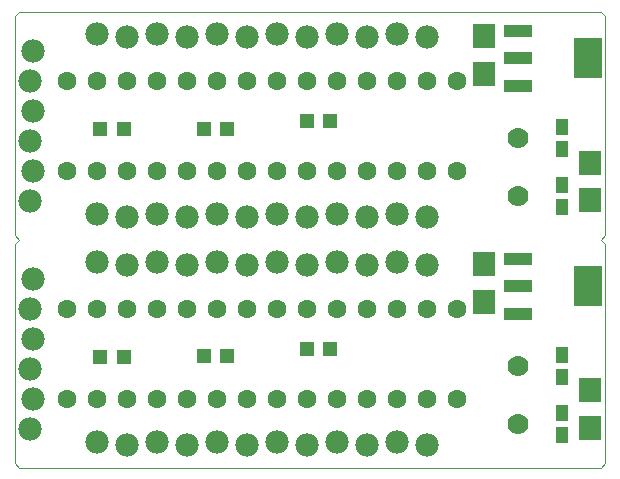
<source format=gts>
G75*
G70*
%OFA0B0*%
%FSLAX24Y24*%
%IPPOS*%
%LPD*%
%AMOC8*
5,1,8,0,0,1.08239X$1,22.5*
%
%ADD10C,0.0000*%
%ADD11C,0.0631*%
%ADD12C,0.0700*%
%ADD13R,0.0946X0.0414*%
%ADD14R,0.0946X0.1320*%
%ADD15C,0.0780*%
%ADD16R,0.0434X0.0552*%
%ADD17R,0.0512X0.0512*%
%ADD18R,0.0749X0.0827*%
D10*
X002416Y003180D02*
X002416Y003180D01*
X002259Y003337D01*
X002259Y003338D02*
X002259Y010621D01*
X002416Y010778D01*
X002259Y010936D01*
X002259Y010937D02*
X002259Y018219D01*
X002416Y018377D01*
X021786Y018377D01*
X021944Y018219D01*
X021944Y010936D01*
X021786Y010778D01*
X021944Y010621D01*
X021944Y003337D01*
X021944Y003337D01*
X021786Y003180D01*
X021785Y003180D02*
X002416Y003180D01*
X002416Y010778D02*
X002416Y010778D01*
X021944Y010935D02*
X021944Y010936D01*
D11*
X016986Y013078D03*
X015986Y013078D03*
X014986Y013078D03*
X013986Y013078D03*
X012986Y013078D03*
X011986Y013078D03*
X010986Y013078D03*
X009986Y013078D03*
X008986Y013078D03*
X007986Y013078D03*
X006986Y013078D03*
X005986Y013078D03*
X004986Y013078D03*
X003986Y013078D03*
X003986Y016078D03*
X004986Y016078D03*
X005986Y016078D03*
X006986Y016078D03*
X007986Y016078D03*
X008986Y016078D03*
X009986Y016078D03*
X010986Y016078D03*
X011986Y016078D03*
X012986Y016078D03*
X013986Y016078D03*
X014986Y016078D03*
X015986Y016078D03*
X016986Y016078D03*
X016986Y008480D03*
X015986Y008480D03*
X014986Y008480D03*
X013986Y008480D03*
X012986Y008480D03*
X011986Y008480D03*
X010986Y008480D03*
X009986Y008480D03*
X008986Y008480D03*
X007986Y008480D03*
X006986Y008480D03*
X005986Y008480D03*
X004986Y008480D03*
X003986Y008480D03*
X003986Y005480D03*
X004986Y005480D03*
X005986Y005480D03*
X006986Y005480D03*
X007986Y005480D03*
X008986Y005480D03*
X009986Y005480D03*
X010986Y005480D03*
X011986Y005480D03*
X012986Y005480D03*
X013986Y005480D03*
X014986Y005480D03*
X015986Y005480D03*
X016986Y005480D03*
D12*
X019044Y004641D03*
X019044Y006562D03*
X019044Y012239D03*
X019044Y014160D03*
D13*
X019041Y015915D03*
X019041Y016820D03*
X019041Y017726D03*
X019041Y010127D03*
X019041Y009222D03*
X019041Y008316D03*
D14*
X021363Y009222D03*
X021363Y016820D03*
D15*
X015986Y017528D03*
X014986Y017628D03*
X013986Y017528D03*
X012986Y017628D03*
X011986Y017528D03*
X010986Y017628D03*
X009986Y017528D03*
X008986Y017628D03*
X007986Y017528D03*
X006986Y017628D03*
X005986Y017528D03*
X004986Y017628D03*
X002873Y017078D03*
X002773Y016078D03*
X002873Y015078D03*
X002773Y014078D03*
X002873Y013078D03*
X002773Y012078D03*
X004986Y011628D03*
X005986Y011528D03*
X006986Y011628D03*
X007986Y011528D03*
X008986Y011628D03*
X009986Y011528D03*
X010986Y011628D03*
X011986Y011528D03*
X012986Y011628D03*
X013986Y011528D03*
X014986Y011628D03*
X015986Y011528D03*
X015986Y009930D03*
X014986Y010030D03*
X013986Y009930D03*
X012986Y010030D03*
X011986Y009930D03*
X010986Y010030D03*
X009986Y009930D03*
X008986Y010030D03*
X007986Y009930D03*
X006986Y010030D03*
X005986Y009930D03*
X004986Y010030D03*
X002873Y009480D03*
X002773Y008480D03*
X002873Y007480D03*
X002773Y006480D03*
X002873Y005480D03*
X002773Y004480D03*
X004986Y004030D03*
X005986Y003930D03*
X006986Y004030D03*
X007986Y003930D03*
X008986Y004030D03*
X009986Y003930D03*
X010986Y004030D03*
X011986Y003930D03*
X012986Y004030D03*
X013986Y003930D03*
X014986Y004030D03*
X015986Y003930D03*
D16*
X020491Y004263D03*
X020491Y005011D03*
X020491Y006192D03*
X020491Y006940D03*
X020491Y011861D03*
X020491Y012609D03*
X020491Y013790D03*
X020491Y014538D03*
D17*
X012774Y014734D03*
X011987Y014734D03*
X009349Y014482D03*
X008562Y014482D03*
X005885Y014479D03*
X005097Y014479D03*
X011987Y007135D03*
X012774Y007135D03*
X009349Y006884D03*
X008562Y006884D03*
X005885Y006881D03*
X005097Y006881D03*
D18*
X017893Y008693D03*
X017893Y009953D03*
X021437Y012089D03*
X021437Y013349D03*
X017893Y016292D03*
X017893Y017551D03*
X021437Y005751D03*
X021437Y004491D03*
M02*

</source>
